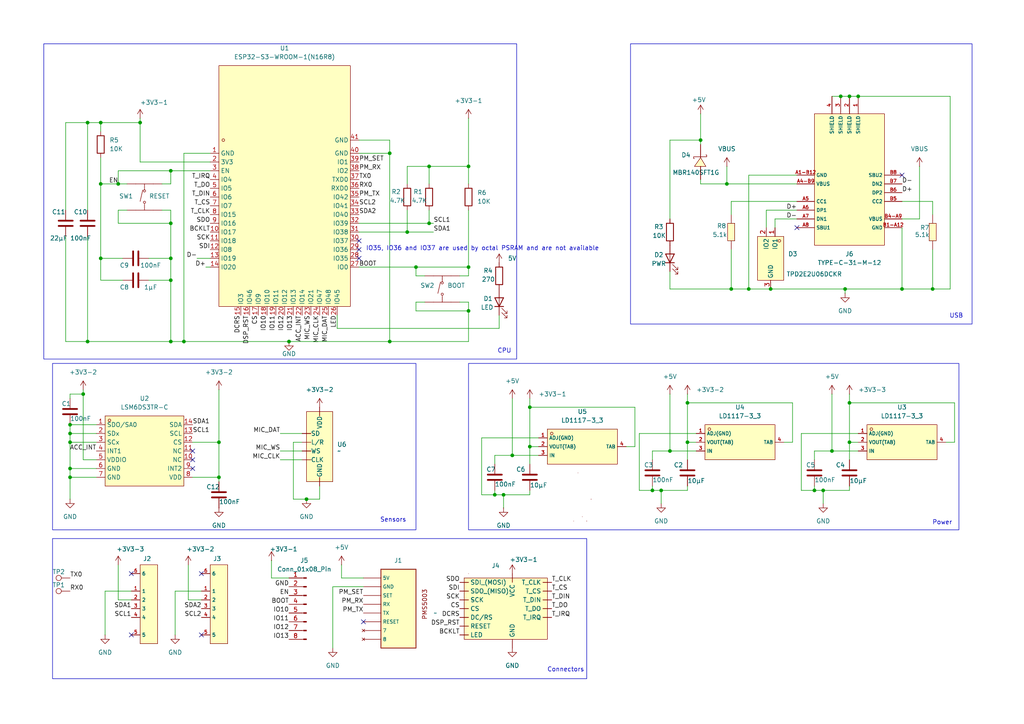
<source format=kicad_sch>
(kicad_sch (version 20250114) (generator "eeschema") (generator_version "9.0")
  (paper "A4")
  (title_block (title "Sensr") (date "2025-04-20") (rev "0.2.0") (company "PDX Hackerspace") (comment 1 "John Romkey"))
  (rectangle (start 15.24 105.41) (end 120.65 153.67))
  (rectangle (start 15.24 156.21) (end 170.18 196.85))
  (rectangle (start 12.7 12.7) (end 149.86 104.14))
  (rectangle (start 135.89 105.41) (end 278.13 153.67))
  (rectangle (start 182.88 12.7) (end 281.94 93.98))
  (text "IO35, IO36 and IO37 are used by octal PSRAM and are not available" (at 139.954 72.136 0) (effects (font (size 1.27 1.27))))
  (text "Power" (at 273.304 151.638 0) (effects (font (size 1.27 1.27))))
  (text "Connectors\n" (at 164.084 194.31 0) (effects (font (size 1.27 1.27))))
  (text "Sensors" (at 114.046 150.876 0) (effects (font (size 1.27 1.27))))
  (text "USB" (at 277.368 91.694 0) (effects (font (size 1.27 1.27))))
  (text "CPU" (at 146.304 101.854 0) (effects (font (size 1.27 1.27))))
  (junction (at 245.11 83.82))
  (junction (at 29.21 35.56))
  (junction (at 241.3 130.81))
  (junction (at 63.5 128.27))
  (junction (at 25.4 35.56))
  (junction (at 53.34 99.06))
  (junction (at 49.53 74.93))
  (junction (at 113.03 99.06))
  (junction (at 238.76 142.24))
  (junction (at 49.53 49.53))
  (junction (at 88.9 144.78))
  (junction (at 63.5 138.43))
  (junction (at 143.51 143.51))
  (junction (at 20.32 138.43))
  (junction (at 83.82 99.06))
  (junction (at 248.92 27.94))
  (junction (at 153.67 118.11))
  (junction (at 223.52 83.82))
  (junction (at 194.31 130.81))
  (junction (at 246.38 116.84))
  (junction (at 210.82 53.34))
  (junction (at 20.32 123.19))
  (junction (at 118.11 67.31))
  (junction (at 212.09 83.82))
  (junction (at 135.89 77.47))
  (junction (at 217.17 83.82))
  (junction (at 243.84 27.94))
  (junction (at 153.67 129.54))
  (junction (at 20.32 128.27))
  (junction (at 261.62 83.82))
  (junction (at 113.03 44.45))
  (junction (at 49.53 81.28))
  (junction (at 148.59 132.08))
  (junction (at 124.46 64.77))
  (junction (at 49.53 64.77))
  (junction (at 199.39 116.84))
  (junction (at 124.46 48.26))
  (junction (at 25.4 99.06))
  (junction (at 146.05 143.51))
  (junction (at 203.2 40.64))
  (junction (at 189.23 142.24))
  (junction (at 24.13 114.3))
  (junction (at 34.29 53.34))
  (junction (at 246.38 128.27))
  (junction (at 120.65 77.47))
  (junction (at 20.32 135.89))
  (junction (at 40.64 35.56))
  (junction (at 199.39 128.27))
  (junction (at 29.21 74.93))
  (junction (at 49.53 99.06))
  (junction (at 246.38 27.94))
  (junction (at 191.77 142.24))
  (junction (at 236.22 142.24))
  (junction (at 135.89 48.26))
  (junction (at 20.32 125.73))
  (junction (at 270.51 83.82))
  (junction (at 135.89 90.17))
  (junction (at 29.21 53.34))
  (no_connect (at 55.88 135.89))
  (no_connect (at 38.1 166.37))
  (no_connect (at 104.14 74.93))
  (no_connect (at 231.14 66.04))
  (no_connect (at 261.62 50.8))
  (no_connect (at 58.42 166.37))
  (no_connect (at 105.41 180.34))
  (no_connect (at 104.14 69.85))
  (no_connect (at 55.88 130.81))
  (no_connect (at 55.88 133.35))
  (no_connect (at 58.42 184.15))
  (no_connect (at 104.14 72.39))
  (no_connect (at 38.1 184.15))
  (wire (pts (xy 261.62 83.82) (xy 270.51 83.82)))
  (wire (pts (xy 113.03 44.45) (xy 113.03 99.06)))
  (wire (pts (xy 43.18 74.93) (xy 49.53 74.93)))
  (wire (pts (xy 201.93 128.27) (xy 199.39 128.27)))
  (wire (pts (xy 241.3 27.94) (xy 243.84 27.94)))
  (wire (pts (xy 199.39 142.24) (xy 199.39 140.97)))
  (wire (pts (xy 118.11 53.34) (xy 118.11 48.26)))
  (wire (pts (xy 19.05 35.56) (xy 25.4 35.56)))
  (wire (pts (xy 50.8 171.45) (xy 50.8 184.15)))
  (wire (pts (xy 120.65 90.17) (xy 135.89 90.17)))
  (wire (pts (xy 194.31 83.82) (xy 212.09 83.82)))
  (wire (pts (xy 20.32 128.27) (xy 20.32 135.89)))
  (wire (pts (xy 97.79 91.44) (xy 97.79 95.25)))
  (wire (pts (xy 34.29 53.34) (xy 29.21 53.34)))
  (wire (pts (xy 143.51 132.08) (xy 148.59 132.08)))
  (wire (pts (xy 156.21 132.08) (xy 148.59 132.08)))
  (wire (pts (xy 261.62 63.5) (xy 266.7 63.5)))
  (wire (pts (xy 60.96 44.45) (xy 53.34 44.45)))
  (wire (pts (xy 113.03 99.06) (xy 135.89 99.06)))
  (wire (pts (xy 139.7 127) (xy 139.7 143.51)))
  (wire (pts (xy 81.28 133.35) (xy 87.63 133.35)))
  (wire (pts (xy 181.61 129.54) (xy 184.15 129.54)))
  (wire (pts (xy 96.52 170.18) (xy 96.52 187.96)))
  (wire (pts (xy 34.29 53.34) (xy 36.83 53.34)))
  (wire (pts (xy 135.89 48.26) (xy 135.89 53.34)))
  (wire (pts (xy 20.32 138.43) (xy 20.32 144.78)))
  (wire (pts (xy 40.64 35.56) (xy 40.64 46.99)))
  (wire (pts (xy 238.76 142.24) (xy 246.38 142.24)))
  (wire (pts (xy 245.11 83.82) (xy 245.11 85.09)))
  (wire (pts (xy 143.51 132.08) (xy 143.51 134.62)))
  (wire (pts (xy 49.53 53.34) (xy 46.99 53.34)))
  (wire (pts (xy 63.5 138.43) (xy 63.5 139.7)))
  (wire (pts (xy 85.09 128.27) (xy 87.63 128.27)))
  (wire (pts (xy 227.33 128.27) (xy 229.87 128.27)))
  (wire (pts (xy 223.52 83.82) (xy 245.11 83.82)))
  (wire (pts (xy 139.7 143.51) (xy 143.51 143.51)))
  (wire (pts (xy 49.53 99.06) (xy 53.34 99.06)))
  (wire (pts (xy 275.59 83.82) (xy 270.51 83.82)))
  (wire (pts (xy 40.64 46.99) (xy 60.96 46.99)))
  (wire (pts (xy 92.71 140.97) (xy 92.71 144.78)))
  (wire (pts (xy 83.82 99.06) (xy 113.03 99.06)))
  (wire (pts (xy 29.21 53.34) (xy 29.21 74.93)))
  (wire (pts (xy 55.88 138.43) (xy 63.5 138.43)))
  (wire (pts (xy 135.89 34.29) (xy 135.89 48.26)))
  (wire (pts (xy 229.87 128.27) (xy 229.87 116.84)))
  (wire (pts (xy 199.39 128.27) (xy 199.39 133.35)))
  (wire (pts (xy 236.22 142.24) (xy 238.76 142.24)))
  (wire (pts (xy 246.38 142.24) (xy 246.38 140.97)))
  (wire (pts (xy 120.65 77.47) (xy 120.65 80.01)))
  (wire (pts (xy 153.67 129.54) (xy 153.67 134.62)))
  (wire (pts (xy 20.32 125.73) (xy 20.32 128.27)))
  (wire (pts (xy 184.15 129.54) (xy 184.15 118.11)))
  (wire (pts (xy 185.42 125.73) (xy 185.42 142.24)))
  (wire (pts (xy 120.65 87.63) (xy 120.65 90.17)))
  (wire (pts (xy 224.79 63.5) (xy 231.14 63.5)))
  (wire (pts (xy 49.53 74.93) (xy 49.53 81.28)))
  (wire (pts (xy 54.61 163.83) (xy 54.61 173.99)))
  (wire (pts (xy 248.92 125.73) (xy 232.41 125.73)))
  (wire (pts (xy 49.53 49.53) (xy 49.53 53.34)))
  (wire (pts (xy 99.06 163.83) (xy 99.06 167.64)))
  (wire (pts (xy 120.65 80.01) (xy 123.19 80.01)))
  (wire (pts (xy 40.64 34.29) (xy 40.64 35.56)))
  (wire (pts (xy 217.17 50.8) (xy 231.14 50.8)))
  (wire (pts (xy 275.59 27.94) (xy 275.59 83.82)))
  (wire (pts (xy 55.88 128.27) (xy 63.5 128.27)))
  (wire (pts (xy 38.1 171.45) (xy 30.48 171.45)))
  (wire (pts (xy 24.13 113.03) (xy 24.13 114.3)))
  (wire (pts (xy 104.14 40.64) (xy 113.03 40.64)))
  (wire (pts (xy 53.34 44.45) (xy 53.34 99.06)))
  (wire (pts (xy 34.29 64.77) (xy 49.53 64.77)))
  (wire (pts (xy 27.94 123.19) (xy 20.32 123.19)))
  (wire (pts (xy 146.05 143.51) (xy 146.05 147.32)))
  (wire (pts (xy 85.09 128.27) (xy 85.09 144.78)))
  (wire (pts (xy 203.2 41.91) (xy 203.2 40.64)))
  (wire (pts (xy 124.46 48.26) (xy 124.46 53.34)))
  (wire (pts (xy 124.46 60.96) (xy 124.46 64.77)))
  (wire (pts (xy 60.96 49.53) (xy 49.53 49.53)))
  (wire (pts (xy 120.65 87.63) (xy 123.19 87.63)))
  (wire (pts (xy 236.22 142.24) (xy 236.22 140.97)))
  (wire (pts (xy 34.29 60.96) (xy 34.29 64.77)))
  (wire (pts (xy 276.86 116.84) (xy 246.38 116.84)))
  (wire (pts (xy 57.15 74.93) (xy 60.96 74.93)))
  (wire (pts (xy 58.42 173.99) (xy 54.61 173.99)))
  (wire (pts (xy 274.32 128.27) (xy 276.86 128.27)))
  (wire (pts (xy 27.94 125.73) (xy 20.32 125.73)))
  (wire (pts (xy 104.14 67.31) (xy 118.11 67.31)))
  (wire (pts (xy 203.2 52.07) (xy 203.2 53.34)))
  (wire (pts (xy 189.23 130.81) (xy 189.23 133.35)))
  (wire (pts (xy 143.51 143.51) (xy 146.05 143.51)))
  (wire (pts (xy 246.38 128.27) (xy 246.38 133.35)))
  (wire (pts (xy 144.78 91.44) (xy 144.78 95.25)))
  (wire (pts (xy 25.4 35.56) (xy 25.4 60.96)))
  (wire (pts (xy 19.05 35.56) (xy 19.05 60.96)))
  (wire (pts (xy 270.51 58.42) (xy 270.51 62.23)))
  (wire (pts (xy 248.92 128.27) (xy 246.38 128.27)))
  (wire (pts (xy 20.32 115.57) (xy 20.32 114.3)))
  (wire (pts (xy 19.05 99.06) (xy 25.4 99.06)))
  (wire (pts (xy 63.5 128.27) (xy 63.5 138.43)))
  (wire (pts (xy 78.74 162.56) (xy 78.74 167.64)))
  (wire (pts (xy 29.21 45.72) (xy 29.21 53.34)))
  (wire (pts (xy 135.89 80.01) (xy 133.35 80.01)))
  (wire (pts (xy 135.89 90.17) (xy 135.89 99.06)))
  (wire (pts (xy 236.22 130.81) (xy 241.3 130.81)))
  (wire (pts (xy 210.82 53.34) (xy 231.14 53.34)))
  (wire (pts (xy 49.53 64.77) (xy 49.53 74.93)))
  (wire (pts (xy 118.11 60.96) (xy 118.11 67.31)))
  (wire (pts (xy 245.11 83.82) (xy 261.62 83.82)))
  (wire (pts (xy 224.79 63.5) (xy 224.79 66.04)))
  (wire (pts (xy 135.89 60.96) (xy 135.89 77.47)))
  (wire (pts (xy 20.32 135.89) (xy 27.94 135.89)))
  (wire (pts (xy 270.51 83.82) (xy 270.51 72.39)))
  (wire (pts (xy 105.41 167.64) (xy 99.06 167.64)))
  (wire (pts (xy 29.21 35.56) (xy 29.21 38.1)))
  (wire (pts (xy 34.29 60.96) (xy 36.83 60.96)))
  (wire (pts (xy 135.89 77.47) (xy 120.65 77.47)))
  (wire (pts (xy 20.32 135.89) (xy 20.32 138.43)))
  (wire (pts (xy 261.62 66.04) (xy 261.62 83.82)))
  (wire (pts (xy 212.09 83.82) (xy 212.09 72.39)))
  (wire (pts (xy 43.18 81.28) (xy 49.53 81.28)))
  (wire (pts (xy 143.51 143.51) (xy 143.51 142.24)))
  (wire (pts (xy 113.03 40.64) (xy 113.03 44.45)))
  (wire (pts (xy 153.67 143.51) (xy 153.67 142.24)))
  (wire (pts (xy 156.21 127) (xy 139.7 127)))
  (wire (pts (xy 212.09 58.42) (xy 231.14 58.42)))
  (wire (pts (xy 246.38 116.84) (xy 246.38 128.27)))
  (wire (pts (xy 194.31 40.64) (xy 194.31 63.5)))
  (wire (pts (xy 96.52 170.18) (xy 105.41 170.18)))
  (wire (pts (xy 29.21 35.56) (xy 40.64 35.56)))
  (wire (pts (xy 153.67 115.57) (xy 153.67 118.11)))
  (wire (pts (xy 133.35 87.63) (xy 135.89 87.63)))
  (wire (pts (xy 135.89 87.63) (xy 135.89 90.17)))
  (wire (pts (xy 194.31 114.3) (xy 194.31 130.81)))
  (wire (pts (xy 88.9 144.78) (xy 92.71 144.78)))
  (wire (pts (xy 199.39 116.84) (xy 199.39 128.27)))
  (wire (pts (xy 81.28 125.73) (xy 87.63 125.73)))
  (wire (pts (xy 146.05 143.51) (xy 153.67 143.51)))
  (wire (pts (xy 266.7 48.26) (xy 266.7 63.5)))
  (wire (pts (xy 210.82 48.26) (xy 210.82 53.34)))
  (wire (pts (xy 212.09 62.23) (xy 212.09 58.42)))
  (wire (pts (xy 49.53 81.28) (xy 49.53 99.06)))
  (wire (pts (xy 236.22 130.81) (xy 236.22 133.35)))
  (wire (pts (xy 104.14 64.77) (xy 124.46 64.77)))
  (wire (pts (xy 83.82 167.64) (xy 78.74 167.64)))
  (wire (pts (xy 24.13 114.3) (xy 24.13 133.35)))
  (wire (pts (xy 153.67 118.11) (xy 153.67 129.54)))
  (wire (pts (xy 199.39 114.3) (xy 199.39 116.84)))
  (wire (pts (xy 212.09 83.82) (xy 217.17 83.82)))
  (wire (pts (xy 20.32 114.3) (xy 24.13 114.3)))
  (wire (pts (xy 248.92 130.81) (xy 241.3 130.81)))
  (wire (pts (xy 222.25 60.96) (xy 222.25 66.04)))
  (wire (pts (xy 276.86 128.27) (xy 276.86 116.84)))
  (wire (pts (xy 20.32 128.27) (xy 27.94 128.27)))
  (wire (pts (xy 191.77 142.24) (xy 191.77 146.05)))
  (wire (pts (xy 261.62 58.42) (xy 270.51 58.42)))
  (wire (pts (xy 104.14 44.45) (xy 113.03 44.45)))
  (wire (pts (xy 25.4 68.58) (xy 25.4 99.06)))
  (wire (pts (xy 20.32 123.19) (xy 20.32 125.73)))
  (wire (pts (xy 231.14 60.96) (xy 222.25 60.96)))
  (wire (pts (xy 49.53 60.96) (xy 49.53 64.77)))
  (wire (pts (xy 49.53 49.53) (xy 34.29 49.53)))
  (wire (pts (xy 156.21 129.54) (xy 153.67 129.54)))
  (wire (pts (xy 203.2 40.64) (xy 194.31 40.64)))
  (wire (pts (xy 191.77 142.24) (xy 199.39 142.24)))
  (wire (pts (xy 185.42 142.24) (xy 189.23 142.24)))
  (wire (pts (xy 19.05 68.58) (xy 19.05 99.06)))
  (wire (pts (xy 201.93 125.73) (xy 185.42 125.73)))
  (wire (pts (xy 124.46 48.26) (xy 135.89 48.26)))
  (wire (pts (xy 59.69 77.47) (xy 60.96 77.47)))
  (wire (pts (xy 53.34 99.06) (xy 83.82 99.06)))
  (wire (pts (xy 248.92 27.94) (xy 275.59 27.94)))
  (wire (pts (xy 184.15 118.11) (xy 153.67 118.11)))
  (wire (pts (xy 201.93 130.81) (xy 194.31 130.81)))
  (wire (pts (xy 30.48 171.45) (xy 30.48 184.15)))
  (wire (pts (xy 189.23 142.24) (xy 191.77 142.24)))
  (wire (pts (xy 203.2 53.34) (xy 210.82 53.34)))
  (wire (pts (xy 34.29 49.53) (xy 34.29 53.34)))
  (wire (pts (xy 148.59 115.57) (xy 148.59 132.08)))
  (wire (pts (xy 243.84 27.94) (xy 246.38 27.94)))
  (wire (pts (xy 58.42 171.45) (xy 50.8 171.45)))
  (wire (pts (xy 29.21 74.93) (xy 29.21 81.28)))
  (wire (pts (xy 118.11 67.31) (xy 125.73 67.31)))
  (wire (pts (xy 246.38 27.94) (xy 248.92 27.94)))
  (wire (pts (xy 232.41 125.73) (xy 232.41 142.24)))
  (wire (pts (xy 194.31 78.74) (xy 194.31 83.82)))
  (wire (pts (xy 229.87 116.84) (xy 199.39 116.84)))
  (wire (pts (xy 118.11 48.26) (xy 124.46 48.26)))
  (wire (pts (xy 246.38 114.3) (xy 246.38 116.84)))
  (wire (pts (xy 27.94 133.35) (xy 24.13 133.35)))
  (wire (pts (xy 232.41 142.24) (xy 236.22 142.24)))
  (wire (pts (xy 104.14 77.47) (xy 120.65 77.47)))
  (wire (pts (xy 217.17 83.82) (xy 223.52 83.82)))
  (wire (pts (xy 29.21 81.28) (xy 35.56 81.28)))
  (wire (pts (xy 29.21 74.93) (xy 35.56 74.93)))
  (wire (pts (xy 135.89 77.47) (xy 135.89 80.01)))
  (wire (pts (xy 25.4 35.56) (xy 29.21 35.56)))
  (wire (pts (xy 63.5 113.03) (xy 63.5 128.27)))
  (wire (pts (xy 81.28 130.81) (xy 87.63 130.81)))
  (wire (pts (xy 38.1 173.99) (xy 34.29 173.99)))
  (wire (pts (xy 217.17 50.8) (xy 217.17 83.82)))
  (wire (pts (xy 203.2 40.64) (xy 203.2 33.02)))
  (wire (pts (xy 85.09 144.78) (xy 88.9 144.78)))
  (wire (pts (xy 238.76 142.24) (xy 238.76 146.05)))
  (wire (pts (xy 189.23 130.81) (xy 194.31 130.81)))
  (wire (pts (xy 241.3 114.3) (xy 241.3 130.81)))
  (wire (pts (xy 97.79 95.25) (xy 144.78 95.25)))
  (wire (pts (xy 46.99 60.96) (xy 49.53 60.96)))
  (wire (pts (xy 124.46 64.77) (xy 125.73 64.77)))
  (wire (pts (xy 189.23 142.24) (xy 189.23 140.97)))
  (wire (pts (xy 34.29 163.83) (xy 34.29 173.99)))
  (wire (pts (xy 25.4 99.06) (xy 49.53 99.06)))
  (wire (pts (xy 20.32 138.43) (xy 27.94 138.43)))
  (label "DSP_RST" (at 133.35 181.61 180))
  (label "T_IRQ" (at 160.02 179.07 0))
  (label "SCK" (at 133.35 173.99 180))
  (label "DSP_RST" (at 72.39 91.44 270))
  (label "BOOT" (at 83.82 175.26 180))
  (label "SDA1" (at 125.73 67.31 0))
  (label "SCK" (at 60.96 69.85 180))
  (label "EN" (at 83.82 172.72 180))
  (label "SDA2" (at 104.14 62.23 0))
  (label "SDO" (at 133.35 168.91 180))
  (label "MIC_CLK" (at 81.28 133.35 180))
  (label "IO11" (at 80.01 91.44 270))
  (label "IO12" (at 83.82 182.88 180))
  (label "DCRS" (at 69.85 91.44 270))
  (label "PM_TX" (at 104.14 57.15 0))
  (label "T_DO" (at 60.96 54.61 180))
  (label "MIC_DAT" (at 95.25 91.44 270))
  (label "T_CLK" (at 160.02 168.91 0))
  (label "SCL2" (at 104.14 59.69 0))
  (label "SDI" (at 60.96 72.39 180))
  (label "MIC_WS" (at 81.28 130.81 180))
  (label "MIC_WS" (at 90.17 91.44 270))
  (label "D-" (at 57.15 74.93 180))
  (label "BCKLT" (at 133.35 184.15 180))
  (label "SDA1" (at 55.88 123.19 0))
  (label "RX0" (at 20.32 171.45 0))
  (label "IO11" (at 83.82 180.34 180))
  (label "TX0" (at 104.14 52.07 0))
  (label "SDI" (at 133.35 171.45 180))
  (label "T_CLK" (at 60.96 62.23 180))
  (label "T_CS" (at 60.96 59.69 180))
  (label "CS" (at 74.93 91.44 270))
  (label "SCL1" (at 38.1 179.07 180))
  (label "PM_SET" (at 104.14 46.99 0))
  (label "SDO" (at 60.96 64.77 180))
  (label "PM_RX" (at 105.41 175.26 180))
  (label "ACC_INT" (at 27.94 130.81 180))
  (label "PM_SET" (at 105.41 172.72 180))
  (label "CS" (at 133.35 176.53 180))
  (label "PM_RX" (at 104.14 49.53 0))
  (label "GND" (at 83.82 170.18 180))
  (label "IO13" (at 83.82 185.42 180))
  (label "LED" (at 97.79 91.44 270))
  (label "T_DIN" (at 160.02 173.99 0))
  (label "DCRS" (at 133.35 179.07 180))
  (label "SCL1" (at 55.88 125.73 0))
  (label "IO13" (at 85.09 91.44 270))
  (label "D+" (at 59.69 77.47 180))
  (label "MIC_DAT" (at 81.28 125.73 180))
  (label "IO12" (at 82.55 91.44 270))
  (label "D-" (at 231.14 63.5 180))
  (label "D+" (at 231.14 60.96 180))
  (label "SDA2" (at 58.42 176.53 180))
  (label "PM_TX" (at 105.41 177.8 180))
  (label "SCL2" (at 58.42 179.07 180))
  (label "T_DO" (at 160.02 176.53 0))
  (label "T_CS" (at 160.02 171.45 0))
  (label "T_DIN" (at 60.96 57.15 180))
  (label "T_IRQ" (at 60.96 52.07 180))
  (label "ACC_INT" (at 87.63 91.44 270))
  (label "EN" (at 34.29 53.34 180))
  (label "D-" (at 261.62 53.34 0))
  (label "IO10" (at 83.82 177.8 180))
  (label "TX0" (at 20.32 167.64 0))
  (label "IO10" (at 77.47 91.44 270))
  (label "D+" (at 261.62 55.88 0))
  (label "MIC_CLK" (at 92.71 91.44 270))
  (label "BCKLT" (at 60.96 67.31 180))
  (label "RX0" (at 104.14 54.61 0))
  (label "SCL1" (at 125.73 64.77 0))
  (label "SDA1" (at 38.1 176.53 180))
  (label "BOOT" (at 104.14 77.47 0))
  (symbol (lib_id "Device:C") (at 25.4 64.77 0) (unit 1)
    (property "Reference" "C10" (at 23.368 61.468 0))
    (property "Value" "100nF" (at 23.368 69.088 0))
    (property "Footprint" "Capacitor_SMD:C_0805_2012Metric_Pad1.18x1.45mm_HandSolder" (effects (hide yes)))
    (property "Description" "Unpolarized capacitor" (effects (hide yes)))
    (property "LCSC" "C1711" (effects (hide yes)))
  )
  (symbol (lib_id "Connector:TestPoint") (at 20.32 167.64 90) (unit 1)
    (property "Reference" "TP2" (at 17.018 165.862 90))
    (property "Value" "TX0" (effects (hide yes)))
    (property "Footprint" "TestPoint:TestPoint_THTPad_D2.5mm_Drill1.2mm" (effects (hide yes)))
    (property "Description" "test point" (effects (hide yes)))
  )
  (symbol (lib_id "Device:C") (at 20.32 119.38 0) (unit 1)
    (property "Reference" "C1" (at 20.574 117.094 0) (effects (justify right)))
    (property "Value" "100nF" (at 26.416 121.412 0) (effects (justify right)))
    (property "Footprint" "Capacitor_SMD:C_0805_2012Metric_Pad1.18x1.45mm_HandSolder" (effects (hide yes)))
    (property "Description" "Unpolarized capacitor" (effects (hide yes)))
    (property "LCSC" "C1711" (effects (hide yes)))
  )
  (symbol (lib_id "easyeda2kicad.kicad_sym:MC-311D") (at 246.38 49.53 0) (unit 1)
    (property "Reference" "J6" (at 246.38 73.66 0))
    (property "Value" "TYPE-C-31-M-12" (at 246.38 76.2 0))
    (property "Footprint" "footprint:USB-C-SMD_MC-311D" (effects (hide yes)))
    (property "Datasheet" "https://item.szlcsc.com/147739.html" (effects (hide yes)))
    (property "LCSC" "C136423" (effects (hide yes)))
  )
  (symbol (lib_id "Connector:TestPoint") (at 20.32 171.45 90) (unit 1)
    (property "Reference" "TP1" (at 17.018 169.672 90))
    (property "Value" "RX0" (effects (hide yes)))
    (property "Footprint" "TestPoint:TestPoint_THTPad_D2.5mm_Drill1.2mm" (effects (hide yes)))
    (property "Description" "test point" (effects (hide yes)))
  )
  (symbol (lib_id "Device:R") (at 29.21 41.91 0) (unit 1)
    (property "Reference" "R5" (at 31.75 40.6399 0) (effects (justify left)))
    (property "Value" "10K" (at 31.75 43.1799 0) (effects (justify left)))
    (property "Footprint" "Resistor_SMD:R_0805_2012Metric_Pad1.20x1.40mm_HandSolder" (effects (hide yes)))
    (property "Description" "Resistor" (effects (hide yes)))
    (property "LCSC" "C17414" (effects (hide yes)))
  )
  (symbol (lib_id "power:GND") (at 30.48 184.15 0) (unit 1)
    (property "Reference" "#PWR029" (effects (hide yes)))
    (property "Value" "GND" (at 30.48 189.23 0))
    (property "Description" "Power symbol creates a global label with name \"GND\" , ground" (effects (hide yes)))
  )
  (symbol (lib_id "easyeda2kicad.kicad_sym:LD1117-3_3") (at 214.63 128.27 0) (unit 1)
    (property "Reference" "U4" (at 214.63 118.11 0))
    (property "Value" "LD1117-3_3" (at 214.63 120.65 0))
    (property "Footprint" "footprint:SOT-223_L6.7-W3.5-P2.30-BR" (effects (hide yes)))
    (property "Datasheet" "https://item.szlcsc.com/245102.html" (effects (hide yes)))
    (property "LCSC" "C347229" (effects (hide yes)))
  )
  (symbol (lib_id "Device:LED") (at 194.31 74.93 90) (unit 1)
    (property "Reference" "D2" (at 189.738 73.914 90) (effects (justify right)))
    (property "Value" "PWR" (at 188.976 76.454 90) (effects (justify right)))
    (property "Footprint" "LED_SMD:LED_0805_2012Metric" (effects (hide yes)))
    (property "Description" "Light emitting diode" (effects (hide yes)))
    (property "LCSC" "C84256" (effects (hide yes)))
  )
  (symbol (lib_id "power:GND") (at 245.11 85.09 0) (unit 1)
    (property "Reference" "#PWR05" (effects (hide yes)))
    (property "Value" "GND" (at 245.11 90.17 0))
    (property "Description" "Power symbol creates a global label with name \"GND\" , ground" (effects (hide yes)))
  )
  (symbol (lib_id "power:+5V") (at 241.3 114.3 0) (unit 1)
    (property "Reference" "#PWR09" (effects (hide yes)))
    (property "Value" "+5V" (at 241.3 109.22 0))
    (property "Description" "Power symbol creates a global label with name \"+5V\"" (effects (hide yes)))
  )
  (symbol (lib_id "easyeda2kicad.kicad_sym:SM04B-SRSS-TB_(LF)(SN)") (at 41.91 175.26 90) (mirror x) (unit 1)
    (property "Reference" "J2" (at 42.672 162.052 90))
    (property "Value" "SM04B-SRSS-TB_(LF)(SN)" (effects (hide yes)))
    (property "Footprint" "footprint:CONN-SMD_4P-P1.00_SM04B-SRSS-TB-LF-SN" (effects (hide yes)))
    (property "Datasheet" "https://lcsc.com/product-detail/Wire-To-Board-Wire-To-Wire-Connector_JST-Sales-America_SM04B-SRSS-TB-LF-SN_JST-Sales-America-SM04B-SRSS-TB-LF-SN_C160404.html" (effects (hide yes)))
    (property "LCSC" "C160404" (effects (hide yes)))
  )
  (symbol (lib_id "power:+3V3") (at 135.89 34.29 0) (unit 1)
    (property "Reference" "#PWR07" (effects (hide yes)))
    (property "Value" "+3V3-1" (at 135.89 29.21 0))
    (property "Description" "Power symbol creates a global label with name \"+3V3\"" (effects (hide yes)))
  )
  (symbol (lib_id "Device:C") (at 189.23 137.16 0) (unit 1)
    (property "Reference" "C3" (at 189.484 134.874 0) (effects (justify right)))
    (property "Value" "100nF" (at 195.326 139.192 0) (effects (justify right)))
    (property "Footprint" "Capacitor_SMD:C_0805_2012Metric_Pad1.18x1.45mm_HandSolder" (effects (hide yes)))
    (property "Description" "Unpolarized capacitor" (effects (hide yes)))
    (property "LCSC" "C1711" (effects (hide yes)))
  )
  (symbol (lib_id "power:GND") (at 96.52 187.96 0) (unit 1)
    (property "Reference" "#PWR033" (effects (hide yes)))
    (property "Value" "GND" (at 96.52 193.04 0))
    (property "Description" "Power symbol creates a global label with name \"GND\" , ground" (effects (hide yes)))
  )
  (symbol (lib_id "1mySymbols:INMP4") (at 92.71 130.81 0) (unit 1)
    (property "Reference" "U6" (at 97.79 128.9049 0) (effects (justify left)))
    (property "Value" "~" (at 97.79 130.81 0) (effects (justify left)))
    (property "Footprint" "1myFootprints:INMP4" (effects (hide yes)))
  )
  (symbol (lib_id "Device:C") (at 199.39 137.16 0) (unit 1)
    (property "Reference" "C2" (at 198.12 134.874 0) (effects (justify right)))
    (property "Value" "10µF" (at 204.47 139.446 0) (effects (justify right)))
    (property "Footprint" "Capacitor_SMD:C_0805_2012Metric_Pad1.18x1.45mm_HandSolder" (effects (hide yes)))
    (property "Description" "Unpolarized capacitor" (effects (hide yes)))
    (property "LCSC" "C1713" (effects (hide yes)))
  )
  (symbol (lib_id "new:MBR140SFT1G") (at 203.2 46.99 270) (unit 1)
    (property "Reference" "D4" (at 197.612 44.958 90) (effects (justify left)))
    (property "Value" "MBR140SFT1G" (at 195.072 50.038 90) (effects (justify left)))
    (property "Footprint" "EasyEDA:SOD-123F_L2.8-W1.8-LS3.7-RD" (effects (hide yes)))
    (property "Datasheet" "https://lcsc.com/product-detail/Schottky-Barrier-Diodes-SBD_ON_MBR140SFT1G_MBR140SFT1G_C43381.html" (effects (hide yes)))
    (property "LCSC" "C43381" (effects (hide yes)))
  )
  (symbol (lib_id "power:+3V3") (at 63.5 113.03 0) (unit 1)
    (property "Reference" "#PWR025" (effects (hide yes)))
    (property "Value" "+3V3-2" (at 63.5 107.95 0))
    (property "Description" "Power symbol creates a global label with name \"+3V3\"" (effects (hide yes)))
  )
  (symbol (lib_id "Device:C") (at 39.37 81.28 90) (unit 1)
    (property "Reference" "C8" (at 36.068 83.312 90))
    (property "Value" "1µF" (at 43.688 83.312 90))
    (property "Footprint" "Capacitor_SMD:C_0805_2012Metric_Pad1.18x1.45mm_HandSolder" (effects (hide yes)))
    (property "Description" "Unpolarized capacitor" (effects (hide yes)))
    (property "LCSC" "C1712" (effects (hide yes)))
  )
  (symbol (lib_id "Device:R") (at 144.78 80.01 0) (unit 1)
    (property "Reference" "R4" (at 140.208 78.486 0) (effects (justify left)))
    (property "Value" "270" (at 139.7 81.026 0) (effects (justify left)))
    (property "Footprint" "Resistor_SMD:R_0603_1608Metric_Pad0.98x0.95mm_HandSolder" (effects (hide yes)))
    (property "Description" "Resistor" (effects (hide yes)))
    (property "LCSC" "C22966" (effects (hide yes)))
  )
  (symbol (lib_name "AR02BTC5101_1") (lib_id "easyeda2kicad.kicad_sym:AR02BTC5101") (at 212.09 67.31 270) (unit 1)
    (property "Reference" "R8" (at 209.296 65.532 90))
    (property "Value" "5.1k" (at 208.788 68.072 90))
    (property "Footprint" "Resistor_SMD:R_0805_2012Metric_Pad1.20x1.40mm_HandSolder" (effects (hide yes)))
    (property "LCSC" "C27834" (effects (hide yes)))
  )
  (symbol (lib_id "power:GND") (at 20.32 144.78 0) (unit 1)
    (property "Reference" "#PWR026" (effects (hide yes)))
    (property "Value" "GND" (at 20.32 149.86 0))
    (property "Description" "Power symbol creates a global label with name \"GND\" , ground" (effects (hide yes)))
  )
  (symbol (lib_id "power:+3V3") (at 144.78 76.2 0) (unit 1)
    (property "Reference" "#PWR018" (effects (hide yes)))
    (property "Value" "5V" (at 147.32 74.9299 0) (effects (justify left)))
    (property "Description" "Power symbol creates a global label with name \"+3V3\"" (effects (hide yes)))
  )
  (symbol (lib_id "power:+3V3") (at 153.67 115.57 0) (unit 1)
    (property "Reference" "#PWR023" (effects (hide yes)))
    (property "Value" "+3V3-1" (at 156.21 114.2999 0) (effects (justify left)))
    (property "Description" "Power symbol creates a global label with name \"+3V3\"" (effects (hide yes)))
  )
  (symbol (lib_id "power:+3V3") (at 199.39 114.3 0) (unit 1)
    (property "Reference" "#PWR020" (effects (hide yes)))
    (property "Value" "+3V3-2" (at 201.93 113.0299 0) (effects (justify left)))
    (property "Description" "Power symbol creates a global label with name \"+3V3\"" (effects (hide yes)))
  )
  (symbol (lib_id "power:GND") (at 50.8 184.15 0) (unit 1)
    (property "Reference" "#PWR02" (effects (hide yes)))
    (property "Value" "GND" (at 50.8 189.23 0))
    (property "Description" "Power symbol creates a global label with name \"GND\" , ground" (effects (hide yes)))
  )
  (symbol (lib_id "easyeda2kicad.kicad_sym:AR02BTC5101") (at 270.51 67.31 270) (unit 1)
    (property "Reference" "R7" (at 268.224 66.04 90))
    (property "Value" "5.1k" (at 267.462 68.072 90))
    (property "Footprint" "Resistor_SMD:R_0805_2012Metric_Pad1.20x1.40mm_HandSolder" (effects (hide yes)))
    (property "LCSC" "C27834" (effects (hide yes)))
  )
  (symbol (lib_id "new:TPD2E2U06DCKR") (at 223.52 74.93 270) (unit 1)
    (property "Reference" "D3" (at 228.6 73.6599 90) (effects (justify left)))
    (property "Value" "TPD2E2U06DCKR" (at 228.092 79.502 90) (effects (justify left)))
    (property "Footprint" "EasyEDA:SC-70-3_L2.0-W1.3-P0.65-LS2.1-BL" (effects (hide yes)))
    (property "LCSC Part" "C1855726" (effects (hide yes)))
  )
  (symbol (lib_id "power:GND") (at 238.76 146.05 0) (unit 1)
    (property "Reference" "#PWR08" (effects (hide yes)))
    (property "Value" "GND" (at 238.76 151.13 0))
    (property "Description" "Power symbol creates a global label with name \"GND\" , ground" (effects (hide yes)))
  )
  (symbol (lib_id "easyeda2kicad.kicad_sym:LD1117-3_3") (at 261.62 128.27 0) (unit 1)
    (property "Reference" "U3" (at 261.62 118.11 0))
    (property "Value" "LD1117-3_3" (at 261.62 120.65 0))
    (property "Footprint" "footprint:SOT-223_L6.7-W3.5-P2.30-BR" (effects (hide yes)))
    (property "Datasheet" "https://item.szlcsc.com/245102.html" (effects (hide yes)))
    (property "LCSC" "C347229" (effects (hide yes)))
  )
  (symbol (lib_id "power:+3V3") (at 78.74 162.56 0) (unit 1)
    (property "Reference" "#PWR017" (effects (hide yes)))
    (property "Value" "+3V3-1" (at 78.232 159.258 0) (effects (justify left)))
    (property "Description" "Power symbol creates a global label with name \"+3V3\"" (effects (hide yes)))
  )
  (symbol (lib_id "EasyEDA:LSM6DS3TR-C") (at 41.91 130.81 0) (unit 1)
    (property "Reference" "U2" (at 41.91 115.57 0))
    (property "Value" "LSM6DS3TR-C" (at 41.91 118.11 0))
    (property "Footprint" "EasyEDA:LGA-14_L3.0-W2.5-P0.50-TL" (effects (hide yes)))
    (property "LCSC Part" "C967633" (effects (hide yes)))
  )
  (symbol (lib_id "Device:R") (at 135.89 57.15 0) (unit 1)
    (property "Reference" "R6" (at 138.43 55.8799 0) (effects (justify left)))
    (property "Value" "10K" (at 138.43 58.4199 0) (effects (justify left)))
    (property "Footprint" "Resistor_SMD:R_0805_2012Metric_Pad1.20x1.40mm_HandSolder" (effects (hide yes)))
    (property "Description" "Resistor" (effects (hide yes)))
    (property "LCSC" "C17414" (effects (hide yes)))
  )
  (symbol (lib_id "Device:C") (at 39.37 74.93 90) (unit 1)
    (property "Reference" "C9" (at 36.068 76.962 90))
    (property "Value" "100nF" (at 43.688 76.962 90))
    (property "Footprint" "Capacitor_SMD:C_0805_2012Metric_Pad1.18x1.45mm_HandSolder" (effects (hide yes)))
    (property "Description" "Unpolarized capacitor" (effects (hide yes)))
    (property "LCSC" "C1711" (effects (hide yes)))
  )
  (symbol (lib_id "Device:C") (at 63.5 143.51 0) (unit 1)
    (property "Reference" "C12" (at 63.754 141.224 0) (effects (justify right)))
    (property "Value" "100nF" (at 69.596 145.542 0) (effects (justify right)))
    (property "Footprint" "Capacitor_SMD:C_0805_2012Metric_Pad1.18x1.45mm_HandSolder" (effects (hide yes)))
    (property "Description" "Unpolarized capacitor" (effects (hide yes)))
    (property "LCSC" "C1711" (effects (hide yes)))
  )
  (symbol (lib_id "Device:C") (at 246.38 137.16 0) (unit 1)
    (property "Reference" "C4" (at 245.11 134.874 0) (effects (justify right)))
    (property "Value" "10µF" (at 251.46 139.446 0) (effects (justify right)))
    (property "Footprint" "Capacitor_SMD:C_0805_2012Metric_Pad1.18x1.45mm_HandSolder" (effects (hide yes)))
    (property "Description" "Unpolarized capacitor" (effects (hide yes)))
    (property "LCSC" "C1713" (effects (hide yes)))
  )
  (symbol (lib_id "new:TS-1187A-B-A-B") (at 128.27 82.55 0) (unit 1)
    (property "Reference" "SW2" (at 123.952 82.804 0))
    (property "Value" "BOOT" (at 132.334 82.804 0))
    (property "Footprint" "EasyEDA:SW-SMD_4P-L5.1-W5.1-P3.70-LS6.5-TL_H1.5" (effects (hide yes)))
    (property "Datasheet" "https://lcsc.com/product-detail/Tactile-Switches_XKB-Enterprise-TS-1187-B-A-A_C318884.html" (effects (hide yes)))
    (property "LCSC" "C318884" (effects (hide yes)))
  )
  (symbol (lib_id "power:GND") (at 148.59 187.96 0) (unit 1)
    (property "Reference" "#PWR015" (effects (hide yes)))
    (property "Value" "GND" (at 148.59 193.04 0))
    (property "Description" "Power symbol creates a global label with name \"GND\" , ground" (effects (hide yes)))
  )
  (symbol (lib_id "Device:R") (at 194.31 67.31 0) (unit 1)
    (property "Reference" "R3" (at 189.738 65.786 0) (effects (justify left)))
    (property "Value" "10K" (at 189.23 68.326 0) (effects (justify left)))
    (property "Footprint" "Resistor_SMD:R_0805_2012Metric_Pad1.20x1.40mm_HandSolder" (effects (hide yes)))
    (property "Description" "Resistor" (effects (hide yes)))
    (property "LCSC" "C17414" (effects (hide yes)))
  )
  (symbol (lib_name "TS-1187A-B-A-B_1") (lib_id "new:TS-1187A-B-A-B") (at 41.91 55.88 0) (unit 1)
    (property "Reference" "SW1" (at 36.576 56.896 0))
    (property "Value" "RESET" (at 46.228 56.896 0))
    (property "Footprint" "EasyEDA:SW-SMD_4P-L5.1-W5.1-P3.70-LS6.5-TL_H1.5" (effects (hide yes)))
    (property "Datasheet" "https://lcsc.com/product-detail/Tactile-Switches_XKB-Enterprise-TS-1187-B-A-A_C318884.html" (effects (hide yes)))
    (property "LCSC" "C318884" (effects (hide yes)))
  )
  (symbol (lib_id "1mySymbols:PMS5003_Connector") (at 115.57 189.23 0) (unit 1)
    (property "Reference" "J1" (at 114.3 162.56 0) (effects (justify left)))
    (property "Value" "~" (at 125.73 177.8 0) (effects (justify left)))
    (property "Footprint" "1myFootprints:PMS5003 Connector" (effects (hide yes)))
    (property "Datasheet" "https://www.digikey.jp/htmldatasheets/production/2903006/0/0/1/pms5003-series-manual.html" (effects (hide yes)))
    (property "LCSC" "C293349" (effects (hide yes)))
  )
  (symbol (lib_id "power:+3V3") (at 92.71 118.11 0) (unit 1)
    (property "Reference" "#PWR031" (effects (hide yes)))
    (property "Value" "+3V3-2" (at 92.71 113.03 0))
    (property "Description" "Power symbol creates a global label with name \"+3V3\"" (effects (hide yes)))
  )
  (symbol (lib_id "power:+3V3") (at 34.29 163.83 0) (unit 1)
    (property "Reference" "#PWR030" (effects (hide yes)))
    (property "Value" "+3V3-3" (at 33.782 159.258 0) (effects (justify left)))
    (property "Description" "Power symbol creates a global label with name \"+3V3\"" (effects (hide yes)))
  )
  (symbol (lib_id "power:GND") (at 191.77 146.05 0) (unit 1)
    (property "Reference" "#PWR012" (effects (hide yes)))
    (property "Value" "GND" (at 191.77 151.13 0))
    (property "Description" "Power symbol creates a global label with name \"GND\" , ground" (effects (hide yes)))
  )
  (symbol (lib_id "Connector:Conn_01x08_Pin") (at 88.9 175.26 0) (mirror y) (unit 1)
    (property "Reference" "J5" (at 88.265 162.56 0))
    (property "Value" "Conn_01x08_Pin" (at 88.265 165.1 0))
    (property "Footprint" "Connector_PinSocket_2.54mm:PinSocket_1x08_P2.54mm_Vertical" (effects (hide yes)))
    (property "Description" "Generic connector, single row, 01x08, script generated" (effects (hide yes)))
  )
  (symbol (lib_id "Device:C") (at 19.05 64.77 0) (unit 1)
    (property "Reference" "C11" (at 17.018 61.468 0))
    (property "Value" "22µF" (at 17.018 69.088 0))
    (property "Footprint" "Capacitor_SMD:C_0805_2012Metric_Pad1.18x1.45mm_HandSolder" (effects (hide yes)))
    (property "Description" "Unpolarized capacitor" (effects (hide yes)))
    (property "LCSC" "C45783" (effects (hide yes)))
  )
  (symbol (lib_id "easyeda2kicad.kicad_sym:LD1117-3_3") (at 168.91 129.54 0) (unit 1)
    (property "Reference" "U5" (at 168.91 119.38 0))
    (property "Value" "LD1117-3_3" (at 168.91 121.92 0))
    (property "Footprint" "footprint:SOT-223_L6.7-W3.5-P2.30-BR" (effects (hide yes)))
    (property "Datasheet" "https://item.szlcsc.com/245102.html" (effects (hide yes)))
    (property "LCSC" "C347229" (effects (hide yes)))
  )
  (symbol (lib_id "power:GND") (at 83.82 99.06 0) (unit 1)
    (property "Reference" "#PWR013" (effects (hide yes)))
    (property "Value" "GND" (at 83.82 102.616 0))
    (property "Description" "Power symbol creates a global label with name \"GND\" , ground" (effects (hide yes)))
  )
  (symbol (lib_id "power:+5V") (at 194.31 114.3 0) (unit 1)
    (property "Reference" "#PWR019" (effects (hide yes)))
    (property "Value" "+5V" (at 194.31 109.22 0))
    (property "Description" "Power symbol creates a global label with name \"+5V\"" (effects (hide yes)))
  )
  (symbol (lib_id "power:+3V3") (at 246.38 114.3 0) (unit 1)
    (property "Reference" "#PWR010" (effects (hide yes)))
    (property "Value" "+3V3-3" (at 248.92 113.0299 0) (effects (justify left)))
    (property "Description" "Power symbol creates a global label with name \"+3V3\"" (effects (hide yes)))
  )
  (symbol (lib_id "power:+3V3") (at 24.13 113.03 0) (unit 1)
    (property "Reference" "#PWR024" (effects (hide yes)))
    (property "Value" "+3V3-2" (at 24.13 107.95 0))
    (property "Description" "Power symbol creates a global label with name \"+3V3\"" (effects (hide yes)))
  )
  (symbol (lib_id "Device:R") (at 118.11 57.15 0) (unit 1)
    (property "Reference" "R2" (at 113.538 55.626 0) (effects (justify left)))
    (property "Value" "4.7K" (at 113.03 58.166 0) (effects (justify left)))
    (property "Footprint" "Resistor_SMD:R_0603_1608Metric_Pad0.98x0.95mm_HandSolder" (effects (hide yes)))
    (property "Description" "Resistor" (effects (hide yes)))
    (property "LCSC" "C23162" (effects (hide yes)))
  )
  (symbol (lib_id "power:+5V") (at 148.59 115.57 0) (unit 1)
    (property "Reference" "#PWR022" (effects (hide yes)))
    (property "Value" "+5V" (at 148.59 110.49 0))
    (property "Description" "Power symbol creates a global label with name \"+5V\"" (effects (hide yes)))
  )
  (symbol (lib_id "power:+3V3") (at 148.59 166.37 0) (unit 1)
    (property "Reference" "#PWR016" (effects (hide yes)))
    (property "Value" "+3V3-1" (at 147.828 162.306 0) (effects (justify left)))
    (property "Description" "Power symbol creates a global label with name \"+3V3\"" (effects (hide yes)))
  )
  (symbol (lib_id "Device:R") (at 124.46 57.15 0) (unit 1)
    (property "Reference" "R1" (at 119.888 55.626 0) (effects (justify left)))
    (property "Value" "4.7K" (at 119.38 58.166 0) (effects (justify left)))
    (property "Footprint" "Resistor_SMD:R_0603_1608Metric_Pad0.98x0.95mm_HandSolder" (effects (hide yes)))
    (property "Description" "Resistor" (effects (hide yes)))
    (property "LCSC" "C23162" (effects (hide yes)))
  )
  (symbol (lib_id "Device:C") (at 153.67 138.43 0) (unit 1)
    (property "Reference" "C6" (at 152.4 136.144 0) (effects (justify right)))
    (property "Value" "10µF" (at 158.75 140.716 0) (effects (justify right)))
    (property "Footprint" "Capacitor_SMD:C_0805_2012Metric_Pad1.18x1.45mm_HandSolder" (effects (hide yes)))
    (property "Description" "Unpolarized capacitor" (effects (hide yes)))
    (property "LCSC" "C1713" (effects (hide yes)))
  )
  (symbol (lib_id "power:+3V3") (at 54.61 163.83 0) (unit 1)
    (property "Reference" "#PWR04" (effects (hide yes)))
    (property "Value" "+3V3-2" (at 54.102 159.258 0) (effects (justify left)))
    (property "Description" "Power symbol creates a global label with name \"+3V3\"" (effects (hide yes)))
  )
  (symbol (lib_id "Device:LED") (at 144.78 87.63 90) (unit 1)
    (property "Reference" "D1" (at 140.208 86.614 90) (effects (justify right)))
    (property "Value" "LED" (at 139.446 89.154 90) (effects (justify right)))
    (property "Footprint" "LED_SMD:LED_0805_2012Metric" (effects (hide yes)))
    (property "Description" "Light emitting diode" (effects (hide yes)))
    (property "LCSC" "C2297" (effects (hide yes)))
  )
  (symbol (lib_id "power:+3V3") (at 40.64 34.29 0) (unit 1)
    (property "Reference" "#PWR014" (effects (hide yes)))
    (property "Value" "+3V3-1" (at 40.64 29.718 0) (effects (justify left)))
    (property "Description" "Power symbol creates a global label with name \"+3V3\"" (effects (hide yes)))
  )
  (symbol (lib_id "new:ESP32-S3-WROOM-1(N16R8)") (at 82.55 55.88 0) (unit 1)
    (property "Reference" "U1" (at 82.55 13.97 0))
    (property "Value" "ESP32-S3-WROOM-1(N16R8)" (at 82.55 16.51 0))
    (property "Footprint" "EasyEDA:WIRELM-SMD_ESP32-S3-WROOM-1" (effects (hide yes)))
    (property "LCSC Part" "C2913202" (effects (hide yes)))
  )
  (symbol (lib_id "power:VBUS") (at 210.82 48.26 0) (unit 1)
    (property "Reference" "#PWR03" (effects (hide yes)))
    (property "Value" "VBUS" (at 210.82 43.18 0))
    (property "Description" "Power symbol creates a global label with name \"VBUS\"" (effects (hide yes)))
  )
  (symbol (lib_id "1mySymbols:SPI_TFT_Touch") (at 147.32 175.26 0) (unit 1)
    (property "Reference" "J4" (at 143.764 164.084 0))
    (property "Value" "~" (at 137.16 173.99 0))
    (property "Footprint" "1myFootprints:SPI_TFT_TOUCH" (effects (hide yes)))
  )
  (symbol (lib_id "power:GND") (at 88.9 144.78 0) (unit 1)
    (property "Reference" "#PWR027" (effects (hide yes)))
    (property "Value" "GND" (at 88.9 149.86 0))
    (property "Description" "Power symbol creates a global label with name \"GND\" , ground" (effects (hide yes)))
  )
  (symbol (lib_id "power:GND") (at 63.5 147.32 0) (unit 1)
    (property "Reference" "#PWR028" (effects (hide yes)))
    (property "Value" "GND" (at 63.5 152.4 0))
    (property "Description" "Power symbol creates a global label with name \"GND\" , ground" (effects (hide yes)))
  )
  (symbol (lib_id "power:+5V") (at 203.2 33.02 0) (unit 1)
    (property "Reference" "#PWR01" (effects (hide yes)))
    (property "Value" "+5V" (at 202.692 28.956 0))
    (property "Description" "Power symbol creates a global label with name \"+5V\"" (effects (hide yes)))
  )
  (symbol (lib_id "Device:C") (at 236.22 137.16 0) (unit 1)
    (property "Reference" "C5" (at 236.474 134.874 0) (effects (justify right)))
    (property "Value" "100nF" (at 242.316 139.192 0) (effects (justify right)))
    (property "Footprint" "Capacitor_SMD:C_0805_2012Metric_Pad1.18x1.45mm_HandSolder" (effects (hide yes)))
    (property "Description" "Unpolarized capacitor" (effects (hide yes)))
    (property "LCSC" "C1711" (effects (hide yes)))
  )
  (symbol (lib_id "Device:C") (at 143.51 138.43 0) (unit 1)
    (property "Reference" "C7" (at 143.764 136.144 0) (effects (justify right)))
    (property "Value" "100nF" (at 149.606 140.462 0) (effects (justify right)))
    (property "Footprint" "Capacitor_SMD:C_0805_2012Metric_Pad1.18x1.45mm_HandSolder" (effects (hide yes)))
    (property "Description" "Unpolarized capacitor" (effects (hide yes)))
    (property "LCSC" "C1711" (effects (hide yes)))
  )
  (symbol (lib_id "easyeda2kicad.kicad_sym:SM04B-SRSS-TB_(LF)(SN)") (at 62.23 175.26 90) (mirror x) (unit 1)
    (property "Reference" "J3" (at 62.992 162.052 90))
    (property "Value" "SM04B-SRSS-TB_(LF)(SN)" (effects (hide yes)))
    (property "Footprint" "footprint:CONN-SMD_4P-P1.00_SM04B-SRSS-TB-LF-SN" (effects (hide yes)))
    (property "Datasheet" "https://lcsc.com/product-detail/Wire-To-Board-Wire-To-Wire-Connector_JST-Sales-America_SM04B-SRSS-TB-LF-SN_JST-Sales-America-SM04B-SRSS-TB-LF-SN_C160404.html" (effects (hide yes)))
    (property "LCSC" "C160404" (effects (hide yes)))
  )
  (symbol (lib_id "power:VBUS") (at 266.7 48.26 0) (unit 1)
    (property "Reference" "#PWR06" (effects (hide yes)))
    (property "Value" "VBUS" (at 266.7 43.18 0))
    (property "Description" "Power symbol creates a global label with name \"VBUS\"" (effects (hide yes)))
  )
  (symbol (lib_id "power:+5V") (at 99.06 163.83 0) (unit 1)
    (property "Reference" "#PWR032" (effects (hide yes)))
    (property "Value" "+5V" (at 99.06 158.75 0))
    (property "Description" "Power symbol creates a global label with name \"+5V\"" (effects (hide yes)))
  )
  (symbol (lib_id "power:GND") (at 146.05 147.32 0) (unit 1)
    (property "Reference" "#PWR021" (effects (hide yes)))
    (property "Value" "GND" (at 146.05 152.4 0))
    (property "Description" "Power symbol creates a global label with name \"GND\" , ground" (effects (hide yes)))
  )
)
</source>
